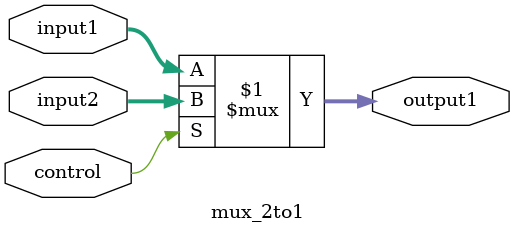
<source format=sv>
`timescale 1ns / 1ps
module mux_2to1 #(parameter WIDTH = 8)(input logic [WIDTH-1:0] input1, input2,  input logic control, output logic [WIDTH-1:0] output1);
	assign output1 = control ? input2 : input1; 
endmodule
</source>
